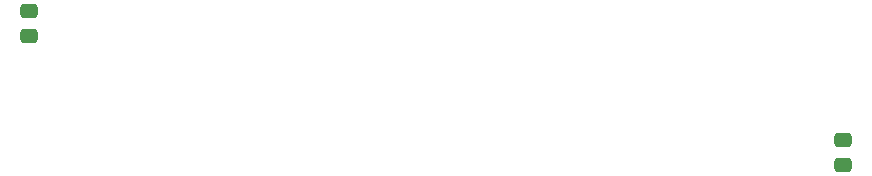
<source format=gbr>
%TF.GenerationSoftware,KiCad,Pcbnew,9.0.3*%
%TF.CreationDate,2025-08-18T13:19:13+07:00*%
%TF.ProjectId,shield,73686965-6c64-42e6-9b69-6361645f7063,rev?*%
%TF.SameCoordinates,Original*%
%TF.FileFunction,Paste,Top*%
%TF.FilePolarity,Positive*%
%FSLAX46Y46*%
G04 Gerber Fmt 4.6, Leading zero omitted, Abs format (unit mm)*
G04 Created by KiCad (PCBNEW 9.0.3) date 2025-08-18 13:19:13*
%MOMM*%
%LPD*%
G01*
G04 APERTURE LIST*
G04 Aperture macros list*
%AMRoundRect*
0 Rectangle with rounded corners*
0 $1 Rounding radius*
0 $2 $3 $4 $5 $6 $7 $8 $9 X,Y pos of 4 corners*
0 Add a 4 corners polygon primitive as box body*
4,1,4,$2,$3,$4,$5,$6,$7,$8,$9,$2,$3,0*
0 Add four circle primitives for the rounded corners*
1,1,$1+$1,$2,$3*
1,1,$1+$1,$4,$5*
1,1,$1+$1,$6,$7*
1,1,$1+$1,$8,$9*
0 Add four rect primitives between the rounded corners*
20,1,$1+$1,$2,$3,$4,$5,0*
20,1,$1+$1,$4,$5,$6,$7,0*
20,1,$1+$1,$6,$7,$8,$9,0*
20,1,$1+$1,$8,$9,$2,$3,0*%
G04 Aperture macros list end*
%ADD10RoundRect,0.250000X0.475000X-0.337500X0.475000X0.337500X-0.475000X0.337500X-0.475000X-0.337500X0*%
%ADD11RoundRect,0.250000X-0.475000X0.337500X-0.475000X-0.337500X0.475000X-0.337500X0.475000X0.337500X0*%
G04 APERTURE END LIST*
D10*
%TO.C,C3*%
X188061600Y-137968900D03*
X188061600Y-135893900D03*
%TD*%
D11*
%TO.C,C5*%
X119151400Y-124950400D03*
X119151400Y-127025400D03*
%TD*%
M02*

</source>
